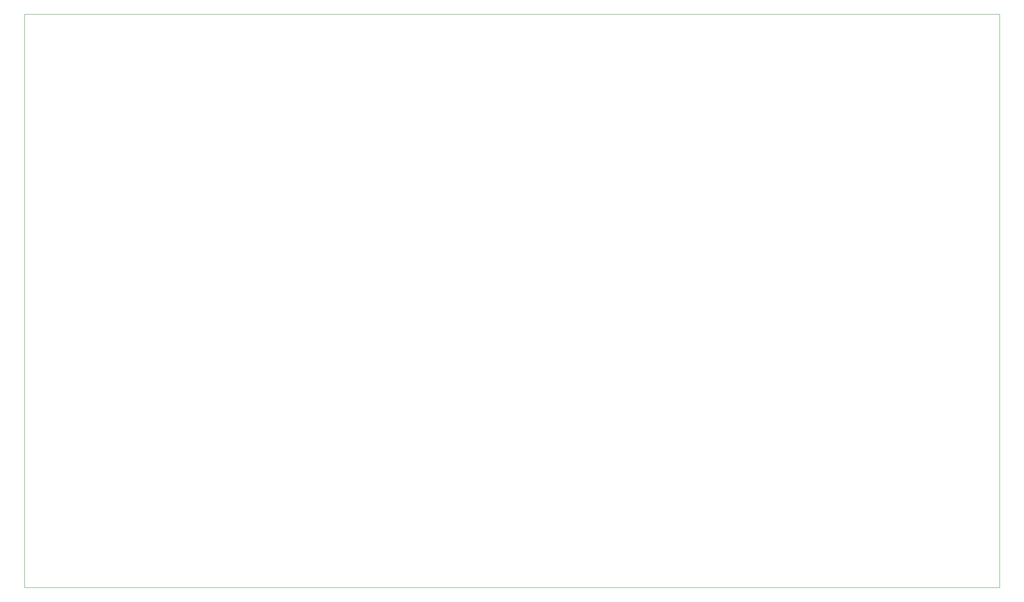
<source format=gbr>
G04 #@! TF.GenerationSoftware,KiCad,Pcbnew,(5.1.6)-1*
G04 #@! TF.CreationDate,2020-06-29T14:38:40-04:00*
G04 #@! TF.ProjectId,Pufferfish-Controller-1,50756666-6572-4666-9973-682d436f6e74,rev?*
G04 #@! TF.SameCoordinates,Original*
G04 #@! TF.FileFunction,Profile,NP*
%FSLAX46Y46*%
G04 Gerber Fmt 4.6, Leading zero omitted, Abs format (unit mm)*
G04 Created by KiCad (PCBNEW (5.1.6)-1) date 2020-06-29 14:38:40*
%MOMM*%
%LPD*%
G01*
G04 APERTURE LIST*
G04 #@! TA.AperFunction,Profile*
%ADD10C,0.050000*%
G04 #@! TD*
G04 APERTURE END LIST*
D10*
X353047300Y-181356000D02*
X137083800Y-181356000D01*
X353047300Y-308356000D02*
X353047300Y-181356000D01*
X137083800Y-308356000D02*
X353047300Y-308356000D01*
X137083800Y-181356000D02*
X137083800Y-308356000D01*
M02*

</source>
